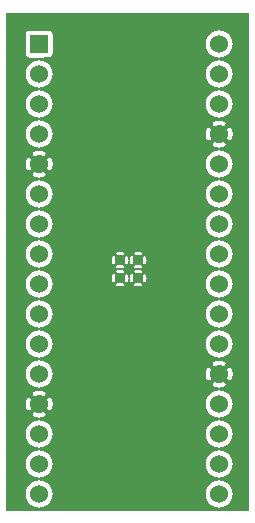
<source format=gbr>
G04 start of page 3 for group 5 idx 5 *
G04 Title: (unknown), bottom *
G04 Creator: pcb 1.99z *
G04 CreationDate: Fri Sep 27 15:25:09 2013 UTC *
G04 For: tim *
G04 Format: Gerber/RS-274X *
G04 PCB-Dimensions (mil): 810.00 1660.00 *
G04 PCB-Coordinate-Origin: lower left *
%MOIN*%
%FSLAX25Y25*%
%LNBOTTOM*%
%ADD22C,0.0380*%
%ADD21C,0.0200*%
%ADD20C,0.0360*%
%ADD19C,0.0600*%
%ADD18C,0.0001*%
G54D18*G36*
X74613Y166000D02*X81000D01*
Y0D01*
X74613D01*
Y2802D01*
X74652Y2847D01*
X75022Y3451D01*
X75293Y4105D01*
X75458Y4794D01*
X75500Y5500D01*
X75458Y6206D01*
X75293Y6895D01*
X75022Y7549D01*
X74652Y8153D01*
X74613Y8198D01*
Y12802D01*
X74652Y12847D01*
X75022Y13451D01*
X75293Y14105D01*
X75458Y14794D01*
X75500Y15500D01*
X75458Y16206D01*
X75293Y16895D01*
X75022Y17549D01*
X74652Y18153D01*
X74613Y18198D01*
Y22802D01*
X74652Y22847D01*
X75022Y23451D01*
X75293Y24105D01*
X75458Y24794D01*
X75500Y25500D01*
X75458Y26206D01*
X75293Y26895D01*
X75022Y27549D01*
X74652Y28153D01*
X74613Y28198D01*
Y32802D01*
X74652Y32847D01*
X75022Y33451D01*
X75293Y34105D01*
X75458Y34794D01*
X75500Y35500D01*
X75458Y36206D01*
X75293Y36895D01*
X75022Y37549D01*
X74652Y38153D01*
X74613Y38198D01*
Y43353D01*
X74656Y43360D01*
X74768Y43397D01*
X74873Y43452D01*
X74968Y43522D01*
X75051Y43606D01*
X75119Y43702D01*
X75170Y43808D01*
X75318Y44216D01*
X75422Y44637D01*
X75484Y45067D01*
X75505Y45500D01*
X75484Y45933D01*
X75422Y46363D01*
X75318Y46784D01*
X75175Y47194D01*
X75122Y47300D01*
X75053Y47396D01*
X74970Y47481D01*
X74875Y47551D01*
X74769Y47606D01*
X74657Y47643D01*
X74613Y47651D01*
Y52802D01*
X74652Y52847D01*
X75022Y53451D01*
X75293Y54105D01*
X75458Y54794D01*
X75500Y55500D01*
X75458Y56206D01*
X75293Y56895D01*
X75022Y57549D01*
X74652Y58153D01*
X74613Y58198D01*
Y62802D01*
X74652Y62847D01*
X75022Y63451D01*
X75293Y64105D01*
X75458Y64794D01*
X75500Y65500D01*
X75458Y66206D01*
X75293Y66895D01*
X75022Y67549D01*
X74652Y68153D01*
X74613Y68198D01*
Y72802D01*
X74652Y72847D01*
X75022Y73451D01*
X75293Y74105D01*
X75458Y74794D01*
X75500Y75500D01*
X75458Y76206D01*
X75293Y76895D01*
X75022Y77549D01*
X74652Y78153D01*
X74613Y78198D01*
Y82802D01*
X74652Y82847D01*
X75022Y83451D01*
X75293Y84105D01*
X75458Y84794D01*
X75500Y85500D01*
X75458Y86206D01*
X75293Y86895D01*
X75022Y87549D01*
X74652Y88153D01*
X74613Y88198D01*
Y92802D01*
X74652Y92847D01*
X75022Y93451D01*
X75293Y94105D01*
X75458Y94794D01*
X75500Y95500D01*
X75458Y96206D01*
X75293Y96895D01*
X75022Y97549D01*
X74652Y98153D01*
X74613Y98198D01*
Y102802D01*
X74652Y102847D01*
X75022Y103451D01*
X75293Y104105D01*
X75458Y104794D01*
X75500Y105500D01*
X75458Y106206D01*
X75293Y106895D01*
X75022Y107549D01*
X74652Y108153D01*
X74613Y108198D01*
Y112802D01*
X74652Y112847D01*
X75022Y113451D01*
X75293Y114105D01*
X75458Y114794D01*
X75500Y115500D01*
X75458Y116206D01*
X75293Y116895D01*
X75022Y117549D01*
X74652Y118153D01*
X74613Y118198D01*
Y123353D01*
X74656Y123360D01*
X74768Y123397D01*
X74873Y123452D01*
X74968Y123522D01*
X75051Y123606D01*
X75119Y123702D01*
X75170Y123808D01*
X75318Y124216D01*
X75422Y124637D01*
X75484Y125067D01*
X75505Y125500D01*
X75484Y125933D01*
X75422Y126363D01*
X75318Y126784D01*
X75175Y127194D01*
X75122Y127300D01*
X75053Y127396D01*
X74970Y127481D01*
X74875Y127551D01*
X74769Y127606D01*
X74657Y127643D01*
X74613Y127651D01*
Y132802D01*
X74652Y132847D01*
X75022Y133451D01*
X75293Y134105D01*
X75458Y134794D01*
X75500Y135500D01*
X75458Y136206D01*
X75293Y136895D01*
X75022Y137549D01*
X74652Y138153D01*
X74613Y138198D01*
Y142802D01*
X74652Y142847D01*
X75022Y143451D01*
X75293Y144105D01*
X75458Y144794D01*
X75500Y145500D01*
X75458Y146206D01*
X75293Y146895D01*
X75022Y147549D01*
X74652Y148153D01*
X74613Y148198D01*
Y152802D01*
X74652Y152847D01*
X75022Y153451D01*
X75293Y154105D01*
X75458Y154794D01*
X75500Y155500D01*
X75458Y156206D01*
X75293Y156895D01*
X75022Y157549D01*
X74652Y158153D01*
X74613Y158198D01*
Y166000D01*
G37*
G36*
Y148198D02*X74192Y148692D01*
X73653Y149152D01*
X73049Y149522D01*
X72395Y149793D01*
X71706Y149958D01*
X71000Y150014D01*
X70993Y150013D01*
Y150987D01*
X71000Y150986D01*
X71706Y151042D01*
X72395Y151207D01*
X73049Y151478D01*
X73653Y151848D01*
X74192Y152308D01*
X74613Y152802D01*
Y148198D01*
G37*
G36*
Y138198D02*X74192Y138692D01*
X73653Y139152D01*
X73049Y139522D01*
X72395Y139793D01*
X71706Y139958D01*
X71000Y140014D01*
X70993Y140013D01*
Y140987D01*
X71000Y140986D01*
X71706Y141042D01*
X72395Y141207D01*
X73049Y141478D01*
X73653Y141848D01*
X74192Y142308D01*
X74613Y142802D01*
Y138198D01*
G37*
G36*
Y118198D02*X74192Y118692D01*
X73653Y119152D01*
X73049Y119522D01*
X72395Y119793D01*
X71706Y119958D01*
X71000Y120014D01*
X70993Y120013D01*
Y120995D01*
X71000Y120995D01*
X71433Y121016D01*
X71863Y121078D01*
X72284Y121182D01*
X72694Y121325D01*
X72800Y121378D01*
X72896Y121447D01*
X72981Y121530D01*
X73051Y121625D01*
X73106Y121731D01*
X73143Y121843D01*
X73163Y121960D01*
X73164Y122079D01*
X73146Y122196D01*
X73110Y122309D01*
X73057Y122415D01*
X72988Y122512D01*
X72905Y122596D01*
X72809Y122667D01*
X72704Y122721D01*
X72592Y122759D01*
X72475Y122778D01*
X72356Y122779D01*
X72239Y122761D01*
X72126Y122723D01*
X71855Y122624D01*
X71575Y122556D01*
X71289Y122514D01*
X71000Y122500D01*
X70993Y122500D01*
Y128500D01*
X71000Y128500D01*
X71289Y128486D01*
X71575Y128444D01*
X71855Y128376D01*
X72128Y128280D01*
X72239Y128242D01*
X72356Y128225D01*
X72474Y128225D01*
X72591Y128245D01*
X72703Y128282D01*
X72807Y128336D01*
X72902Y128406D01*
X72985Y128491D01*
X73054Y128587D01*
X73107Y128692D01*
X73143Y128805D01*
X73160Y128921D01*
X73159Y129039D01*
X73140Y129156D01*
X73103Y129268D01*
X73048Y129373D01*
X72978Y129468D01*
X72894Y129551D01*
X72798Y129619D01*
X72692Y129670D01*
X72284Y129818D01*
X71863Y129922D01*
X71433Y129984D01*
X71000Y130005D01*
X70993Y130005D01*
Y130987D01*
X71000Y130986D01*
X71706Y131042D01*
X72395Y131207D01*
X73049Y131478D01*
X73653Y131848D01*
X74192Y132308D01*
X74613Y132802D01*
Y127651D01*
X74540Y127663D01*
X74421Y127664D01*
X74304Y127646D01*
X74191Y127610D01*
X74085Y127557D01*
X73988Y127488D01*
X73904Y127405D01*
X73833Y127309D01*
X73779Y127204D01*
X73741Y127092D01*
X73722Y126975D01*
X73721Y126856D01*
X73739Y126739D01*
X73777Y126626D01*
X73876Y126355D01*
X73944Y126075D01*
X73986Y125789D01*
X74000Y125500D01*
X73986Y125211D01*
X73944Y124925D01*
X73876Y124645D01*
X73780Y124372D01*
X73742Y124261D01*
X73725Y124144D01*
X73725Y124026D01*
X73745Y123909D01*
X73782Y123797D01*
X73836Y123693D01*
X73906Y123598D01*
X73991Y123515D01*
X74087Y123446D01*
X74192Y123393D01*
X74305Y123357D01*
X74421Y123340D01*
X74539Y123341D01*
X74613Y123353D01*
Y118198D01*
G37*
G36*
Y108198D02*X74192Y108692D01*
X73653Y109152D01*
X73049Y109522D01*
X72395Y109793D01*
X71706Y109958D01*
X71000Y110014D01*
X70993Y110013D01*
Y110987D01*
X71000Y110986D01*
X71706Y111042D01*
X72395Y111207D01*
X73049Y111478D01*
X73653Y111848D01*
X74192Y112308D01*
X74613Y112802D01*
Y108198D01*
G37*
G36*
Y98198D02*X74192Y98692D01*
X73653Y99152D01*
X73049Y99522D01*
X72395Y99793D01*
X71706Y99958D01*
X71000Y100014D01*
X70993Y100013D01*
Y100987D01*
X71000Y100986D01*
X71706Y101042D01*
X72395Y101207D01*
X73049Y101478D01*
X73653Y101848D01*
X74192Y102308D01*
X74613Y102802D01*
Y98198D01*
G37*
G36*
Y88198D02*X74192Y88692D01*
X73653Y89152D01*
X73049Y89522D01*
X72395Y89793D01*
X71706Y89958D01*
X71000Y90014D01*
X70993Y90013D01*
Y90987D01*
X71000Y90986D01*
X71706Y91042D01*
X72395Y91207D01*
X73049Y91478D01*
X73653Y91848D01*
X74192Y92308D01*
X74613Y92802D01*
Y88198D01*
G37*
G36*
Y78198D02*X74192Y78692D01*
X73653Y79152D01*
X73049Y79522D01*
X72395Y79793D01*
X71706Y79958D01*
X71000Y80014D01*
X70993Y80013D01*
Y80987D01*
X71000Y80986D01*
X71706Y81042D01*
X72395Y81207D01*
X73049Y81478D01*
X73653Y81848D01*
X74192Y82308D01*
X74613Y82802D01*
Y78198D01*
G37*
G36*
Y68198D02*X74192Y68692D01*
X73653Y69152D01*
X73049Y69522D01*
X72395Y69793D01*
X71706Y69958D01*
X71000Y70014D01*
X70993Y70013D01*
Y70987D01*
X71000Y70986D01*
X71706Y71042D01*
X72395Y71207D01*
X73049Y71478D01*
X73653Y71848D01*
X74192Y72308D01*
X74613Y72802D01*
Y68198D01*
G37*
G36*
Y58198D02*X74192Y58692D01*
X73653Y59152D01*
X73049Y59522D01*
X72395Y59793D01*
X71706Y59958D01*
X71000Y60014D01*
X70993Y60013D01*
Y60987D01*
X71000Y60986D01*
X71706Y61042D01*
X72395Y61207D01*
X73049Y61478D01*
X73653Y61848D01*
X74192Y62308D01*
X74613Y62802D01*
Y58198D01*
G37*
G36*
Y38198D02*X74192Y38692D01*
X73653Y39152D01*
X73049Y39522D01*
X72395Y39793D01*
X71706Y39958D01*
X71000Y40014D01*
X70993Y40013D01*
Y40995D01*
X71000Y40995D01*
X71433Y41016D01*
X71863Y41078D01*
X72284Y41182D01*
X72694Y41325D01*
X72800Y41378D01*
X72896Y41447D01*
X72981Y41530D01*
X73051Y41625D01*
X73106Y41731D01*
X73143Y41843D01*
X73163Y41960D01*
X73164Y42079D01*
X73146Y42196D01*
X73110Y42309D01*
X73057Y42415D01*
X72988Y42512D01*
X72905Y42596D01*
X72809Y42667D01*
X72704Y42721D01*
X72592Y42759D01*
X72475Y42778D01*
X72356Y42779D01*
X72239Y42761D01*
X72126Y42723D01*
X71855Y42624D01*
X71575Y42556D01*
X71289Y42514D01*
X71000Y42500D01*
X70993Y42500D01*
Y48500D01*
X71000Y48500D01*
X71289Y48486D01*
X71575Y48444D01*
X71855Y48376D01*
X72128Y48280D01*
X72239Y48242D01*
X72356Y48225D01*
X72474Y48225D01*
X72591Y48245D01*
X72703Y48282D01*
X72807Y48336D01*
X72902Y48406D01*
X72985Y48491D01*
X73054Y48587D01*
X73107Y48692D01*
X73143Y48805D01*
X73160Y48921D01*
X73159Y49039D01*
X73140Y49156D01*
X73103Y49268D01*
X73048Y49373D01*
X72978Y49468D01*
X72894Y49551D01*
X72798Y49619D01*
X72692Y49670D01*
X72284Y49818D01*
X71863Y49922D01*
X71433Y49984D01*
X71000Y50005D01*
X70993Y50005D01*
Y50987D01*
X71000Y50986D01*
X71706Y51042D01*
X72395Y51207D01*
X73049Y51478D01*
X73653Y51848D01*
X74192Y52308D01*
X74613Y52802D01*
Y47651D01*
X74540Y47663D01*
X74421Y47664D01*
X74304Y47646D01*
X74191Y47610D01*
X74085Y47557D01*
X73988Y47488D01*
X73904Y47405D01*
X73833Y47309D01*
X73779Y47204D01*
X73741Y47092D01*
X73722Y46975D01*
X73721Y46856D01*
X73739Y46739D01*
X73777Y46626D01*
X73876Y46355D01*
X73944Y46075D01*
X73986Y45789D01*
X74000Y45500D01*
X73986Y45211D01*
X73944Y44925D01*
X73876Y44645D01*
X73780Y44372D01*
X73742Y44261D01*
X73725Y44144D01*
X73725Y44026D01*
X73745Y43909D01*
X73782Y43797D01*
X73836Y43693D01*
X73906Y43598D01*
X73991Y43515D01*
X74087Y43446D01*
X74192Y43393D01*
X74305Y43357D01*
X74421Y43340D01*
X74539Y43341D01*
X74613Y43353D01*
Y38198D01*
G37*
G36*
Y28198D02*X74192Y28692D01*
X73653Y29152D01*
X73049Y29522D01*
X72395Y29793D01*
X71706Y29958D01*
X71000Y30014D01*
X70993Y30013D01*
Y30987D01*
X71000Y30986D01*
X71706Y31042D01*
X72395Y31207D01*
X73049Y31478D01*
X73653Y31848D01*
X74192Y32308D01*
X74613Y32802D01*
Y28198D01*
G37*
G36*
Y18198D02*X74192Y18692D01*
X73653Y19152D01*
X73049Y19522D01*
X72395Y19793D01*
X71706Y19958D01*
X71000Y20014D01*
X70993Y20013D01*
Y20987D01*
X71000Y20986D01*
X71706Y21042D01*
X72395Y21207D01*
X73049Y21478D01*
X73653Y21848D01*
X74192Y22308D01*
X74613Y22802D01*
Y18198D01*
G37*
G36*
Y8198D02*X74192Y8692D01*
X73653Y9152D01*
X73049Y9522D01*
X72395Y9793D01*
X71706Y9958D01*
X71000Y10014D01*
X70993Y10013D01*
Y10987D01*
X71000Y10986D01*
X71706Y11042D01*
X72395Y11207D01*
X73049Y11478D01*
X73653Y11848D01*
X74192Y12308D01*
X74613Y12802D01*
Y8198D01*
G37*
G36*
Y0D02*X70993D01*
Y987D01*
X71000Y986D01*
X71706Y1042D01*
X72395Y1207D01*
X73049Y1478D01*
X73653Y1848D01*
X74192Y2308D01*
X74613Y2802D01*
Y0D01*
G37*
G36*
X70993Y166000D02*X74613D01*
Y158198D01*
X74192Y158692D01*
X73653Y159152D01*
X73049Y159522D01*
X72395Y159793D01*
X71706Y159958D01*
X71000Y160014D01*
X70993Y160013D01*
Y166000D01*
G37*
G36*
X67387Y2802D02*X67808Y2308D01*
X68347Y1848D01*
X68951Y1478D01*
X69605Y1207D01*
X70294Y1042D01*
X70993Y987D01*
Y0D01*
X67387D01*
Y2802D01*
G37*
G36*
Y12802D02*X67808Y12308D01*
X68347Y11848D01*
X68951Y11478D01*
X69605Y11207D01*
X70294Y11042D01*
X70993Y10987D01*
Y10013D01*
X70294Y9958D01*
X69605Y9793D01*
X68951Y9522D01*
X68347Y9152D01*
X67808Y8692D01*
X67387Y8198D01*
Y12802D01*
G37*
G36*
Y22802D02*X67808Y22308D01*
X68347Y21848D01*
X68951Y21478D01*
X69605Y21207D01*
X70294Y21042D01*
X70993Y20987D01*
Y20013D01*
X70294Y19958D01*
X69605Y19793D01*
X68951Y19522D01*
X68347Y19152D01*
X67808Y18692D01*
X67387Y18198D01*
Y22802D01*
G37*
G36*
Y32802D02*X67808Y32308D01*
X68347Y31848D01*
X68951Y31478D01*
X69605Y31207D01*
X70294Y31042D01*
X70993Y30987D01*
Y30013D01*
X70294Y29958D01*
X69605Y29793D01*
X68951Y29522D01*
X68347Y29152D01*
X67808Y28692D01*
X67387Y28198D01*
Y32802D01*
G37*
G36*
Y52802D02*X67808Y52308D01*
X68347Y51848D01*
X68951Y51478D01*
X69605Y51207D01*
X70294Y51042D01*
X70993Y50987D01*
Y50005D01*
X70567Y49984D01*
X70137Y49922D01*
X69716Y49818D01*
X69306Y49675D01*
X69200Y49622D01*
X69104Y49553D01*
X69019Y49470D01*
X68949Y49375D01*
X68894Y49269D01*
X68857Y49157D01*
X68837Y49040D01*
X68836Y48921D01*
X68854Y48804D01*
X68890Y48691D01*
X68943Y48585D01*
X69012Y48488D01*
X69095Y48404D01*
X69191Y48333D01*
X69296Y48279D01*
X69408Y48241D01*
X69525Y48222D01*
X69644Y48221D01*
X69761Y48239D01*
X69874Y48277D01*
X70145Y48376D01*
X70425Y48444D01*
X70711Y48486D01*
X70993Y48500D01*
Y42500D01*
X70711Y42514D01*
X70425Y42556D01*
X70145Y42624D01*
X69872Y42720D01*
X69761Y42758D01*
X69644Y42775D01*
X69526Y42775D01*
X69409Y42755D01*
X69297Y42718D01*
X69193Y42664D01*
X69098Y42594D01*
X69015Y42509D01*
X68946Y42413D01*
X68893Y42308D01*
X68857Y42195D01*
X68840Y42079D01*
X68841Y41961D01*
X68860Y41844D01*
X68897Y41732D01*
X68952Y41627D01*
X69022Y41532D01*
X69106Y41449D01*
X69202Y41381D01*
X69308Y41330D01*
X69716Y41182D01*
X70137Y41078D01*
X70567Y41016D01*
X70993Y40995D01*
Y40013D01*
X70294Y39958D01*
X69605Y39793D01*
X68951Y39522D01*
X68347Y39152D01*
X67808Y38692D01*
X67387Y38198D01*
Y43349D01*
X67460Y43337D01*
X67579Y43336D01*
X67696Y43354D01*
X67809Y43390D01*
X67915Y43443D01*
X68012Y43512D01*
X68096Y43595D01*
X68167Y43691D01*
X68221Y43796D01*
X68259Y43908D01*
X68278Y44025D01*
X68279Y44144D01*
X68261Y44261D01*
X68223Y44374D01*
X68124Y44645D01*
X68056Y44925D01*
X68014Y45211D01*
X68000Y45500D01*
X68014Y45789D01*
X68056Y46075D01*
X68124Y46355D01*
X68220Y46628D01*
X68258Y46739D01*
X68275Y46856D01*
X68275Y46974D01*
X68255Y47091D01*
X68218Y47203D01*
X68164Y47307D01*
X68094Y47402D01*
X68009Y47485D01*
X67913Y47554D01*
X67808Y47607D01*
X67695Y47643D01*
X67579Y47660D01*
X67461Y47659D01*
X67387Y47647D01*
Y52802D01*
G37*
G36*
Y62802D02*X67808Y62308D01*
X68347Y61848D01*
X68951Y61478D01*
X69605Y61207D01*
X70294Y61042D01*
X70993Y60987D01*
Y60013D01*
X70294Y59958D01*
X69605Y59793D01*
X68951Y59522D01*
X68347Y59152D01*
X67808Y58692D01*
X67387Y58198D01*
Y62802D01*
G37*
G36*
Y72802D02*X67808Y72308D01*
X68347Y71848D01*
X68951Y71478D01*
X69605Y71207D01*
X70294Y71042D01*
X70993Y70987D01*
Y70013D01*
X70294Y69958D01*
X69605Y69793D01*
X68951Y69522D01*
X68347Y69152D01*
X67808Y68692D01*
X67387Y68198D01*
Y72802D01*
G37*
G36*
Y82802D02*X67808Y82308D01*
X68347Y81848D01*
X68951Y81478D01*
X69605Y81207D01*
X70294Y81042D01*
X70993Y80987D01*
Y80013D01*
X70294Y79958D01*
X69605Y79793D01*
X68951Y79522D01*
X68347Y79152D01*
X67808Y78692D01*
X67387Y78198D01*
Y82802D01*
G37*
G36*
Y92802D02*X67808Y92308D01*
X68347Y91848D01*
X68951Y91478D01*
X69605Y91207D01*
X70294Y91042D01*
X70993Y90987D01*
Y90013D01*
X70294Y89958D01*
X69605Y89793D01*
X68951Y89522D01*
X68347Y89152D01*
X67808Y88692D01*
X67387Y88198D01*
Y92802D01*
G37*
G36*
Y102802D02*X67808Y102308D01*
X68347Y101848D01*
X68951Y101478D01*
X69605Y101207D01*
X70294Y101042D01*
X70993Y100987D01*
Y100013D01*
X70294Y99958D01*
X69605Y99793D01*
X68951Y99522D01*
X68347Y99152D01*
X67808Y98692D01*
X67387Y98198D01*
Y102802D01*
G37*
G36*
Y112802D02*X67808Y112308D01*
X68347Y111848D01*
X68951Y111478D01*
X69605Y111207D01*
X70294Y111042D01*
X70993Y110987D01*
Y110013D01*
X70294Y109958D01*
X69605Y109793D01*
X68951Y109522D01*
X68347Y109152D01*
X67808Y108692D01*
X67387Y108198D01*
Y112802D01*
G37*
G36*
Y132802D02*X67808Y132308D01*
X68347Y131848D01*
X68951Y131478D01*
X69605Y131207D01*
X70294Y131042D01*
X70993Y130987D01*
Y130005D01*
X70567Y129984D01*
X70137Y129922D01*
X69716Y129818D01*
X69306Y129675D01*
X69200Y129622D01*
X69104Y129553D01*
X69019Y129470D01*
X68949Y129375D01*
X68894Y129269D01*
X68857Y129157D01*
X68837Y129040D01*
X68836Y128921D01*
X68854Y128804D01*
X68890Y128691D01*
X68943Y128585D01*
X69012Y128488D01*
X69095Y128404D01*
X69191Y128333D01*
X69296Y128279D01*
X69408Y128241D01*
X69525Y128222D01*
X69644Y128221D01*
X69761Y128239D01*
X69874Y128277D01*
X70145Y128376D01*
X70425Y128444D01*
X70711Y128486D01*
X70993Y128500D01*
Y122500D01*
X70711Y122514D01*
X70425Y122556D01*
X70145Y122624D01*
X69872Y122720D01*
X69761Y122758D01*
X69644Y122775D01*
X69526Y122775D01*
X69409Y122755D01*
X69297Y122718D01*
X69193Y122664D01*
X69098Y122594D01*
X69015Y122509D01*
X68946Y122413D01*
X68893Y122308D01*
X68857Y122195D01*
X68840Y122079D01*
X68841Y121961D01*
X68860Y121844D01*
X68897Y121732D01*
X68952Y121627D01*
X69022Y121532D01*
X69106Y121449D01*
X69202Y121381D01*
X69308Y121330D01*
X69716Y121182D01*
X70137Y121078D01*
X70567Y121016D01*
X70993Y120995D01*
Y120013D01*
X70294Y119958D01*
X69605Y119793D01*
X68951Y119522D01*
X68347Y119152D01*
X67808Y118692D01*
X67387Y118198D01*
Y123349D01*
X67460Y123337D01*
X67579Y123336D01*
X67696Y123354D01*
X67809Y123390D01*
X67915Y123443D01*
X68012Y123512D01*
X68096Y123595D01*
X68167Y123691D01*
X68221Y123796D01*
X68259Y123908D01*
X68278Y124025D01*
X68279Y124144D01*
X68261Y124261D01*
X68223Y124374D01*
X68124Y124645D01*
X68056Y124925D01*
X68014Y125211D01*
X68000Y125500D01*
X68014Y125789D01*
X68056Y126075D01*
X68124Y126355D01*
X68220Y126628D01*
X68258Y126739D01*
X68275Y126856D01*
X68275Y126974D01*
X68255Y127091D01*
X68218Y127203D01*
X68164Y127307D01*
X68094Y127402D01*
X68009Y127485D01*
X67913Y127554D01*
X67808Y127607D01*
X67695Y127643D01*
X67579Y127660D01*
X67461Y127659D01*
X67387Y127647D01*
Y132802D01*
G37*
G36*
Y142802D02*X67808Y142308D01*
X68347Y141848D01*
X68951Y141478D01*
X69605Y141207D01*
X70294Y141042D01*
X70993Y140987D01*
Y140013D01*
X70294Y139958D01*
X69605Y139793D01*
X68951Y139522D01*
X68347Y139152D01*
X67808Y138692D01*
X67387Y138198D01*
Y142802D01*
G37*
G36*
Y152802D02*X67808Y152308D01*
X68347Y151848D01*
X68951Y151478D01*
X69605Y151207D01*
X70294Y151042D01*
X70993Y150987D01*
Y150013D01*
X70294Y149958D01*
X69605Y149793D01*
X68951Y149522D01*
X68347Y149152D01*
X67808Y148692D01*
X67387Y148198D01*
Y152802D01*
G37*
G36*
Y166000D02*X70993D01*
Y160013D01*
X70294Y159958D01*
X69605Y159793D01*
X68951Y159522D01*
X68347Y159152D01*
X67808Y158692D01*
X67387Y158198D01*
Y166000D01*
G37*
G36*
X46230D02*X67387D01*
Y158198D01*
X67348Y158153D01*
X66978Y157549D01*
X66707Y156895D01*
X66542Y156206D01*
X66486Y155500D01*
X66542Y154794D01*
X66707Y154105D01*
X66978Y153451D01*
X67348Y152847D01*
X67387Y152802D01*
Y148198D01*
X67348Y148153D01*
X66978Y147549D01*
X66707Y146895D01*
X66542Y146206D01*
X66486Y145500D01*
X66542Y144794D01*
X66707Y144105D01*
X66978Y143451D01*
X67348Y142847D01*
X67387Y142802D01*
Y138198D01*
X67348Y138153D01*
X66978Y137549D01*
X66707Y136895D01*
X66542Y136206D01*
X66486Y135500D01*
X66542Y134794D01*
X66707Y134105D01*
X66978Y133451D01*
X67348Y132847D01*
X67387Y132802D01*
Y127647D01*
X67344Y127640D01*
X67232Y127603D01*
X67127Y127548D01*
X67032Y127478D01*
X66949Y127394D01*
X66881Y127298D01*
X66830Y127192D01*
X66682Y126784D01*
X66578Y126363D01*
X66516Y125933D01*
X66495Y125500D01*
X66516Y125067D01*
X66578Y124637D01*
X66682Y124216D01*
X66825Y123806D01*
X66878Y123700D01*
X66947Y123604D01*
X67030Y123519D01*
X67125Y123449D01*
X67231Y123394D01*
X67343Y123357D01*
X67387Y123349D01*
Y118198D01*
X67348Y118153D01*
X66978Y117549D01*
X66707Y116895D01*
X66542Y116206D01*
X66486Y115500D01*
X66542Y114794D01*
X66707Y114105D01*
X66978Y113451D01*
X67348Y112847D01*
X67387Y112802D01*
Y108198D01*
X67348Y108153D01*
X66978Y107549D01*
X66707Y106895D01*
X66542Y106206D01*
X66486Y105500D01*
X66542Y104794D01*
X66707Y104105D01*
X66978Y103451D01*
X67348Y102847D01*
X67387Y102802D01*
Y98198D01*
X67348Y98153D01*
X66978Y97549D01*
X66707Y96895D01*
X66542Y96206D01*
X66486Y95500D01*
X66542Y94794D01*
X66707Y94105D01*
X66978Y93451D01*
X67348Y92847D01*
X67387Y92802D01*
Y88198D01*
X67348Y88153D01*
X66978Y87549D01*
X66707Y86895D01*
X66542Y86206D01*
X66486Y85500D01*
X66542Y84794D01*
X66707Y84105D01*
X66978Y83451D01*
X67348Y82847D01*
X67387Y82802D01*
Y78198D01*
X67348Y78153D01*
X66978Y77549D01*
X66707Y76895D01*
X66542Y76206D01*
X66486Y75500D01*
X66542Y74794D01*
X66707Y74105D01*
X66978Y73451D01*
X67348Y72847D01*
X67387Y72802D01*
Y68198D01*
X67348Y68153D01*
X66978Y67549D01*
X66707Y66895D01*
X66542Y66206D01*
X66486Y65500D01*
X66542Y64794D01*
X66707Y64105D01*
X66978Y63451D01*
X67348Y62847D01*
X67387Y62802D01*
Y58198D01*
X67348Y58153D01*
X66978Y57549D01*
X66707Y56895D01*
X66542Y56206D01*
X66486Y55500D01*
X66542Y54794D01*
X66707Y54105D01*
X66978Y53451D01*
X67348Y52847D01*
X67387Y52802D01*
Y47647D01*
X67344Y47640D01*
X67232Y47603D01*
X67127Y47548D01*
X67032Y47478D01*
X66949Y47394D01*
X66881Y47298D01*
X66830Y47192D01*
X66682Y46784D01*
X66578Y46363D01*
X66516Y45933D01*
X66495Y45500D01*
X66516Y45067D01*
X66578Y44637D01*
X66682Y44216D01*
X66825Y43806D01*
X66878Y43700D01*
X66947Y43604D01*
X67030Y43519D01*
X67125Y43449D01*
X67231Y43394D01*
X67343Y43357D01*
X67387Y43349D01*
Y38198D01*
X67348Y38153D01*
X66978Y37549D01*
X66707Y36895D01*
X66542Y36206D01*
X66486Y35500D01*
X66542Y34794D01*
X66707Y34105D01*
X66978Y33451D01*
X67348Y32847D01*
X67387Y32802D01*
Y28198D01*
X67348Y28153D01*
X66978Y27549D01*
X66707Y26895D01*
X66542Y26206D01*
X66486Y25500D01*
X66542Y24794D01*
X66707Y24105D01*
X66978Y23451D01*
X67348Y22847D01*
X67387Y22802D01*
Y18198D01*
X67348Y18153D01*
X66978Y17549D01*
X66707Y16895D01*
X66542Y16206D01*
X66486Y15500D01*
X66542Y14794D01*
X66707Y14105D01*
X66978Y13451D01*
X67348Y12847D01*
X67387Y12802D01*
Y8198D01*
X67348Y8153D01*
X66978Y7549D01*
X66707Y6895D01*
X66542Y6206D01*
X66486Y5500D01*
X66542Y4794D01*
X66707Y4105D01*
X66978Y3451D01*
X67348Y2847D01*
X67387Y2802D01*
Y0D01*
X46230D01*
Y76214D01*
X46298Y76228D01*
X46371Y76255D01*
X46440Y76294D01*
X46502Y76343D01*
X46555Y76401D01*
X46598Y76466D01*
X46630Y76538D01*
X46706Y76771D01*
X46760Y77011D01*
X46792Y77255D01*
X46803Y77500D01*
X46792Y77745D01*
X46760Y77989D01*
X46706Y78229D01*
X46632Y78463D01*
X46600Y78535D01*
X46556Y78600D01*
X46503Y78659D01*
X46441Y78708D01*
X46372Y78746D01*
X46298Y78774D01*
X46230Y78788D01*
Y82214D01*
X46298Y82228D01*
X46371Y82255D01*
X46440Y82294D01*
X46502Y82343D01*
X46555Y82401D01*
X46598Y82466D01*
X46630Y82538D01*
X46706Y82771D01*
X46760Y83011D01*
X46792Y83255D01*
X46803Y83500D01*
X46792Y83745D01*
X46760Y83989D01*
X46706Y84229D01*
X46632Y84463D01*
X46600Y84535D01*
X46556Y84600D01*
X46503Y84659D01*
X46441Y84708D01*
X46372Y84746D01*
X46298Y84774D01*
X46230Y84788D01*
Y166000D01*
G37*
G36*
X44001D02*X46230D01*
Y84788D01*
X46221Y84790D01*
X46142Y84793D01*
X46063Y84784D01*
X45987Y84763D01*
X45915Y84730D01*
X45850Y84686D01*
X45791Y84633D01*
X45742Y84571D01*
X45704Y84502D01*
X45676Y84428D01*
X45660Y84351D01*
X45657Y84272D01*
X45666Y84193D01*
X45689Y84118D01*
X45738Y83968D01*
X45772Y83814D01*
X45793Y83658D01*
X45800Y83500D01*
X45793Y83342D01*
X45772Y83186D01*
X45738Y83032D01*
X45690Y82882D01*
X45668Y82806D01*
X45659Y82728D01*
X45662Y82650D01*
X45678Y82573D01*
X45705Y82499D01*
X45744Y82430D01*
X45793Y82369D01*
X45851Y82315D01*
X45916Y82272D01*
X45988Y82239D01*
X46064Y82218D01*
X46142Y82209D01*
X46220Y82212D01*
X46230Y82214D01*
Y78788D01*
X46221Y78790D01*
X46142Y78793D01*
X46063Y78784D01*
X45987Y78763D01*
X45915Y78730D01*
X45850Y78686D01*
X45791Y78633D01*
X45742Y78571D01*
X45704Y78502D01*
X45676Y78428D01*
X45660Y78351D01*
X45657Y78272D01*
X45666Y78193D01*
X45689Y78118D01*
X45738Y77968D01*
X45772Y77814D01*
X45793Y77658D01*
X45800Y77500D01*
X45793Y77342D01*
X45772Y77186D01*
X45738Y77032D01*
X45690Y76882D01*
X45668Y76806D01*
X45659Y76728D01*
X45662Y76650D01*
X45678Y76573D01*
X45705Y76499D01*
X45744Y76430D01*
X45793Y76369D01*
X45851Y76315D01*
X45916Y76272D01*
X45988Y76239D01*
X46064Y76218D01*
X46142Y76209D01*
X46220Y76212D01*
X46230Y76214D01*
Y0D01*
X44001D01*
Y74697D01*
X44245Y74708D01*
X44489Y74740D01*
X44729Y74794D01*
X44963Y74868D01*
X45035Y74900D01*
X45100Y74944D01*
X45159Y74997D01*
X45208Y75059D01*
X45246Y75128D01*
X45274Y75202D01*
X45290Y75279D01*
X45293Y75358D01*
X45284Y75437D01*
X45263Y75513D01*
X45230Y75585D01*
X45186Y75650D01*
X45133Y75709D01*
X45071Y75758D01*
X45002Y75796D01*
X44928Y75824D01*
X44851Y75840D01*
X44772Y75843D01*
X44693Y75834D01*
X44618Y75811D01*
X44468Y75762D01*
X44314Y75728D01*
X44158Y75707D01*
X44001Y75700D01*
Y79300D01*
X44158Y79293D01*
X44314Y79272D01*
X44468Y79238D01*
X44618Y79190D01*
X44694Y79168D01*
X44772Y79159D01*
X44850Y79162D01*
X44927Y79178D01*
X45001Y79205D01*
X45070Y79244D01*
X45131Y79293D01*
X45185Y79351D01*
X45228Y79416D01*
X45261Y79488D01*
X45282Y79564D01*
X45291Y79642D01*
X45288Y79720D01*
X45272Y79798D01*
X45245Y79871D01*
X45206Y79940D01*
X45157Y80002D01*
X45099Y80055D01*
X45034Y80098D01*
X44962Y80130D01*
X44729Y80206D01*
X44489Y80260D01*
X44245Y80292D01*
X44001Y80303D01*
Y80697D01*
X44245Y80708D01*
X44489Y80740D01*
X44729Y80794D01*
X44963Y80868D01*
X45035Y80900D01*
X45100Y80944D01*
X45159Y80997D01*
X45208Y81059D01*
X45246Y81128D01*
X45274Y81202D01*
X45290Y81279D01*
X45293Y81358D01*
X45284Y81437D01*
X45263Y81513D01*
X45230Y81585D01*
X45186Y81650D01*
X45133Y81709D01*
X45071Y81758D01*
X45002Y81796D01*
X44928Y81824D01*
X44851Y81840D01*
X44772Y81843D01*
X44693Y81834D01*
X44618Y81811D01*
X44468Y81762D01*
X44314Y81728D01*
X44158Y81707D01*
X44001Y81700D01*
Y85300D01*
X44158Y85293D01*
X44314Y85272D01*
X44468Y85238D01*
X44618Y85190D01*
X44694Y85168D01*
X44772Y85159D01*
X44850Y85162D01*
X44927Y85178D01*
X45001Y85205D01*
X45070Y85244D01*
X45131Y85293D01*
X45185Y85351D01*
X45228Y85416D01*
X45261Y85488D01*
X45282Y85564D01*
X45291Y85642D01*
X45288Y85720D01*
X45272Y85798D01*
X45245Y85871D01*
X45206Y85940D01*
X45157Y86002D01*
X45099Y86055D01*
X45034Y86098D01*
X44962Y86130D01*
X44729Y86206D01*
X44489Y86260D01*
X44245Y86292D01*
X44001Y86303D01*
Y166000D01*
G37*
G36*
X41770D02*X44001D01*
Y86303D01*
X44000Y86303D01*
X43755Y86292D01*
X43511Y86260D01*
X43271Y86206D01*
X43037Y86132D01*
X42965Y86100D01*
X42900Y86056D01*
X42841Y86003D01*
X42792Y85941D01*
X42754Y85872D01*
X42726Y85798D01*
X42710Y85721D01*
X42707Y85642D01*
X42716Y85563D01*
X42737Y85487D01*
X42770Y85415D01*
X42814Y85350D01*
X42867Y85291D01*
X42929Y85242D01*
X42998Y85204D01*
X43072Y85176D01*
X43149Y85160D01*
X43228Y85157D01*
X43307Y85166D01*
X43382Y85189D01*
X43532Y85238D01*
X43686Y85272D01*
X43842Y85293D01*
X44000Y85300D01*
X44001Y85300D01*
Y81700D01*
X44000Y81700D01*
X43842Y81707D01*
X43686Y81728D01*
X43532Y81762D01*
X43382Y81810D01*
X43306Y81832D01*
X43228Y81841D01*
X43150Y81838D01*
X43073Y81822D01*
X42999Y81795D01*
X42930Y81756D01*
X42869Y81707D01*
X42815Y81649D01*
X42772Y81584D01*
X42739Y81512D01*
X42718Y81436D01*
X42709Y81358D01*
X42712Y81280D01*
X42728Y81202D01*
X42755Y81129D01*
X42794Y81060D01*
X42843Y80998D01*
X42901Y80945D01*
X42966Y80902D01*
X43038Y80870D01*
X43271Y80794D01*
X43511Y80740D01*
X43755Y80708D01*
X44000Y80697D01*
X44001Y80697D01*
Y80303D01*
X44000Y80303D01*
X43755Y80292D01*
X43511Y80260D01*
X43271Y80206D01*
X43037Y80132D01*
X42965Y80100D01*
X42900Y80056D01*
X42841Y80003D01*
X42792Y79941D01*
X42754Y79872D01*
X42726Y79798D01*
X42710Y79721D01*
X42707Y79642D01*
X42716Y79563D01*
X42737Y79487D01*
X42770Y79415D01*
X42814Y79350D01*
X42867Y79291D01*
X42929Y79242D01*
X42998Y79204D01*
X43072Y79176D01*
X43149Y79160D01*
X43228Y79157D01*
X43307Y79166D01*
X43382Y79189D01*
X43532Y79238D01*
X43686Y79272D01*
X43842Y79293D01*
X44000Y79300D01*
X44001Y79300D01*
Y75700D01*
X44000Y75700D01*
X43842Y75707D01*
X43686Y75728D01*
X43532Y75762D01*
X43382Y75810D01*
X43306Y75832D01*
X43228Y75841D01*
X43150Y75838D01*
X43073Y75822D01*
X42999Y75795D01*
X42930Y75756D01*
X42869Y75707D01*
X42815Y75649D01*
X42772Y75584D01*
X42739Y75512D01*
X42718Y75436D01*
X42709Y75358D01*
X42712Y75280D01*
X42728Y75202D01*
X42755Y75129D01*
X42794Y75060D01*
X42843Y74998D01*
X42901Y74945D01*
X42966Y74902D01*
X43038Y74870D01*
X43271Y74794D01*
X43511Y74740D01*
X43755Y74708D01*
X44000Y74697D01*
X44001Y74697D01*
Y0D01*
X41770D01*
Y76212D01*
X41779Y76210D01*
X41858Y76207D01*
X41937Y76216D01*
X42013Y76237D01*
X42085Y76270D01*
X42150Y76314D01*
X42209Y76367D01*
X42258Y76429D01*
X42296Y76498D01*
X42324Y76572D01*
X42340Y76649D01*
X42343Y76728D01*
X42334Y76807D01*
X42311Y76882D01*
X42262Y77032D01*
X42228Y77186D01*
X42207Y77342D01*
X42200Y77500D01*
X42207Y77658D01*
X42228Y77814D01*
X42262Y77968D01*
X42310Y78118D01*
X42332Y78194D01*
X42341Y78272D01*
X42338Y78350D01*
X42322Y78427D01*
X42295Y78501D01*
X42256Y78570D01*
X42207Y78631D01*
X42149Y78685D01*
X42084Y78728D01*
X42012Y78761D01*
X41936Y78782D01*
X41858Y78791D01*
X41780Y78788D01*
X41770Y78786D01*
Y82212D01*
X41779Y82210D01*
X41858Y82207D01*
X41937Y82216D01*
X42013Y82237D01*
X42085Y82270D01*
X42150Y82314D01*
X42209Y82367D01*
X42258Y82429D01*
X42296Y82498D01*
X42324Y82572D01*
X42340Y82649D01*
X42343Y82728D01*
X42334Y82807D01*
X42311Y82882D01*
X42262Y83032D01*
X42228Y83186D01*
X42207Y83342D01*
X42200Y83500D01*
X42207Y83658D01*
X42228Y83814D01*
X42262Y83968D01*
X42310Y84118D01*
X42332Y84194D01*
X42341Y84272D01*
X42338Y84350D01*
X42322Y84427D01*
X42295Y84501D01*
X42256Y84570D01*
X42207Y84631D01*
X42149Y84685D01*
X42084Y84728D01*
X42012Y84761D01*
X41936Y84782D01*
X41858Y84791D01*
X41780Y84788D01*
X41770Y84786D01*
Y166000D01*
G37*
G36*
X40230D02*X41770D01*
Y84786D01*
X41702Y84772D01*
X41629Y84745D01*
X41560Y84706D01*
X41498Y84657D01*
X41445Y84599D01*
X41402Y84534D01*
X41370Y84462D01*
X41294Y84229D01*
X41240Y83989D01*
X41208Y83745D01*
X41197Y83500D01*
X41208Y83255D01*
X41240Y83011D01*
X41294Y82771D01*
X41368Y82537D01*
X41400Y82465D01*
X41444Y82400D01*
X41497Y82341D01*
X41559Y82292D01*
X41628Y82254D01*
X41702Y82226D01*
X41770Y82212D01*
Y78786D01*
X41702Y78772D01*
X41629Y78745D01*
X41560Y78706D01*
X41498Y78657D01*
X41445Y78599D01*
X41402Y78534D01*
X41370Y78462D01*
X41294Y78229D01*
X41240Y77989D01*
X41208Y77745D01*
X41197Y77500D01*
X41208Y77255D01*
X41240Y77011D01*
X41294Y76771D01*
X41368Y76537D01*
X41400Y76465D01*
X41444Y76400D01*
X41497Y76341D01*
X41559Y76292D01*
X41628Y76254D01*
X41702Y76226D01*
X41770Y76212D01*
Y0D01*
X40230D01*
Y76214D01*
X40298Y76228D01*
X40371Y76255D01*
X40440Y76294D01*
X40502Y76343D01*
X40555Y76401D01*
X40598Y76466D01*
X40630Y76538D01*
X40706Y76771D01*
X40760Y77011D01*
X40792Y77255D01*
X40803Y77500D01*
X40792Y77745D01*
X40760Y77989D01*
X40706Y78229D01*
X40632Y78463D01*
X40600Y78535D01*
X40556Y78600D01*
X40503Y78659D01*
X40441Y78708D01*
X40372Y78746D01*
X40298Y78774D01*
X40230Y78788D01*
Y82214D01*
X40298Y82228D01*
X40371Y82255D01*
X40440Y82294D01*
X40502Y82343D01*
X40555Y82401D01*
X40598Y82466D01*
X40630Y82538D01*
X40706Y82771D01*
X40760Y83011D01*
X40792Y83255D01*
X40803Y83500D01*
X40792Y83745D01*
X40760Y83989D01*
X40706Y84229D01*
X40632Y84463D01*
X40600Y84535D01*
X40556Y84600D01*
X40503Y84659D01*
X40441Y84708D01*
X40372Y84746D01*
X40298Y84774D01*
X40230Y84788D01*
Y166000D01*
G37*
G36*
X38001D02*X40230D01*
Y84788D01*
X40221Y84790D01*
X40142Y84793D01*
X40063Y84784D01*
X39987Y84763D01*
X39915Y84730D01*
X39850Y84686D01*
X39791Y84633D01*
X39742Y84571D01*
X39704Y84502D01*
X39676Y84428D01*
X39660Y84351D01*
X39657Y84272D01*
X39666Y84193D01*
X39689Y84118D01*
X39738Y83968D01*
X39772Y83814D01*
X39793Y83658D01*
X39800Y83500D01*
X39793Y83342D01*
X39772Y83186D01*
X39738Y83032D01*
X39690Y82882D01*
X39668Y82806D01*
X39659Y82728D01*
X39662Y82650D01*
X39678Y82573D01*
X39705Y82499D01*
X39744Y82430D01*
X39793Y82369D01*
X39851Y82315D01*
X39916Y82272D01*
X39988Y82239D01*
X40064Y82218D01*
X40142Y82209D01*
X40220Y82212D01*
X40230Y82214D01*
Y78788D01*
X40221Y78790D01*
X40142Y78793D01*
X40063Y78784D01*
X39987Y78763D01*
X39915Y78730D01*
X39850Y78686D01*
X39791Y78633D01*
X39742Y78571D01*
X39704Y78502D01*
X39676Y78428D01*
X39660Y78351D01*
X39657Y78272D01*
X39666Y78193D01*
X39689Y78118D01*
X39738Y77968D01*
X39772Y77814D01*
X39793Y77658D01*
X39800Y77500D01*
X39793Y77342D01*
X39772Y77186D01*
X39738Y77032D01*
X39690Y76882D01*
X39668Y76806D01*
X39659Y76728D01*
X39662Y76650D01*
X39678Y76573D01*
X39705Y76499D01*
X39744Y76430D01*
X39793Y76369D01*
X39851Y76315D01*
X39916Y76272D01*
X39988Y76239D01*
X40064Y76218D01*
X40142Y76209D01*
X40220Y76212D01*
X40230Y76214D01*
Y0D01*
X38001D01*
Y74697D01*
X38245Y74708D01*
X38489Y74740D01*
X38729Y74794D01*
X38963Y74868D01*
X39035Y74900D01*
X39100Y74944D01*
X39159Y74997D01*
X39208Y75059D01*
X39246Y75128D01*
X39274Y75202D01*
X39290Y75279D01*
X39293Y75358D01*
X39284Y75437D01*
X39263Y75513D01*
X39230Y75585D01*
X39186Y75650D01*
X39133Y75709D01*
X39071Y75758D01*
X39002Y75796D01*
X38928Y75824D01*
X38851Y75840D01*
X38772Y75843D01*
X38693Y75834D01*
X38618Y75811D01*
X38468Y75762D01*
X38314Y75728D01*
X38158Y75707D01*
X38001Y75700D01*
Y79300D01*
X38158Y79293D01*
X38314Y79272D01*
X38468Y79238D01*
X38618Y79190D01*
X38694Y79168D01*
X38772Y79159D01*
X38850Y79162D01*
X38927Y79178D01*
X39001Y79205D01*
X39070Y79244D01*
X39131Y79293D01*
X39185Y79351D01*
X39228Y79416D01*
X39261Y79488D01*
X39282Y79564D01*
X39291Y79642D01*
X39288Y79720D01*
X39272Y79798D01*
X39245Y79871D01*
X39206Y79940D01*
X39157Y80002D01*
X39099Y80055D01*
X39034Y80098D01*
X38962Y80130D01*
X38729Y80206D01*
X38489Y80260D01*
X38245Y80292D01*
X38001Y80303D01*
Y80697D01*
X38245Y80708D01*
X38489Y80740D01*
X38729Y80794D01*
X38963Y80868D01*
X39035Y80900D01*
X39100Y80944D01*
X39159Y80997D01*
X39208Y81059D01*
X39246Y81128D01*
X39274Y81202D01*
X39290Y81279D01*
X39293Y81358D01*
X39284Y81437D01*
X39263Y81513D01*
X39230Y81585D01*
X39186Y81650D01*
X39133Y81709D01*
X39071Y81758D01*
X39002Y81796D01*
X38928Y81824D01*
X38851Y81840D01*
X38772Y81843D01*
X38693Y81834D01*
X38618Y81811D01*
X38468Y81762D01*
X38314Y81728D01*
X38158Y81707D01*
X38001Y81700D01*
Y85300D01*
X38158Y85293D01*
X38314Y85272D01*
X38468Y85238D01*
X38618Y85190D01*
X38694Y85168D01*
X38772Y85159D01*
X38850Y85162D01*
X38927Y85178D01*
X39001Y85205D01*
X39070Y85244D01*
X39131Y85293D01*
X39185Y85351D01*
X39228Y85416D01*
X39261Y85488D01*
X39282Y85564D01*
X39291Y85642D01*
X39288Y85720D01*
X39272Y85798D01*
X39245Y85871D01*
X39206Y85940D01*
X39157Y86002D01*
X39099Y86055D01*
X39034Y86098D01*
X38962Y86130D01*
X38729Y86206D01*
X38489Y86260D01*
X38245Y86292D01*
X38001Y86303D01*
Y166000D01*
G37*
G36*
X35770D02*X38001D01*
Y86303D01*
X38000Y86303D01*
X37755Y86292D01*
X37511Y86260D01*
X37271Y86206D01*
X37037Y86132D01*
X36965Y86100D01*
X36900Y86056D01*
X36841Y86003D01*
X36792Y85941D01*
X36754Y85872D01*
X36726Y85798D01*
X36710Y85721D01*
X36707Y85642D01*
X36716Y85563D01*
X36737Y85487D01*
X36770Y85415D01*
X36814Y85350D01*
X36867Y85291D01*
X36929Y85242D01*
X36998Y85204D01*
X37072Y85176D01*
X37149Y85160D01*
X37228Y85157D01*
X37307Y85166D01*
X37382Y85189D01*
X37532Y85238D01*
X37686Y85272D01*
X37842Y85293D01*
X38000Y85300D01*
X38001Y85300D01*
Y81700D01*
X38000Y81700D01*
X37842Y81707D01*
X37686Y81728D01*
X37532Y81762D01*
X37382Y81810D01*
X37306Y81832D01*
X37228Y81841D01*
X37150Y81838D01*
X37073Y81822D01*
X36999Y81795D01*
X36930Y81756D01*
X36869Y81707D01*
X36815Y81649D01*
X36772Y81584D01*
X36739Y81512D01*
X36718Y81436D01*
X36709Y81358D01*
X36712Y81280D01*
X36728Y81202D01*
X36755Y81129D01*
X36794Y81060D01*
X36843Y80998D01*
X36901Y80945D01*
X36966Y80902D01*
X37038Y80870D01*
X37271Y80794D01*
X37511Y80740D01*
X37755Y80708D01*
X38000Y80697D01*
X38001Y80697D01*
Y80303D01*
X38000Y80303D01*
X37755Y80292D01*
X37511Y80260D01*
X37271Y80206D01*
X37037Y80132D01*
X36965Y80100D01*
X36900Y80056D01*
X36841Y80003D01*
X36792Y79941D01*
X36754Y79872D01*
X36726Y79798D01*
X36710Y79721D01*
X36707Y79642D01*
X36716Y79563D01*
X36737Y79487D01*
X36770Y79415D01*
X36814Y79350D01*
X36867Y79291D01*
X36929Y79242D01*
X36998Y79204D01*
X37072Y79176D01*
X37149Y79160D01*
X37228Y79157D01*
X37307Y79166D01*
X37382Y79189D01*
X37532Y79238D01*
X37686Y79272D01*
X37842Y79293D01*
X38000Y79300D01*
X38001Y79300D01*
Y75700D01*
X38000Y75700D01*
X37842Y75707D01*
X37686Y75728D01*
X37532Y75762D01*
X37382Y75810D01*
X37306Y75832D01*
X37228Y75841D01*
X37150Y75838D01*
X37073Y75822D01*
X36999Y75795D01*
X36930Y75756D01*
X36869Y75707D01*
X36815Y75649D01*
X36772Y75584D01*
X36739Y75512D01*
X36718Y75436D01*
X36709Y75358D01*
X36712Y75280D01*
X36728Y75202D01*
X36755Y75129D01*
X36794Y75060D01*
X36843Y74998D01*
X36901Y74945D01*
X36966Y74902D01*
X37038Y74870D01*
X37271Y74794D01*
X37511Y74740D01*
X37755Y74708D01*
X38000Y74697D01*
X38001Y74697D01*
Y0D01*
X35770D01*
Y76212D01*
X35779Y76210D01*
X35858Y76207D01*
X35937Y76216D01*
X36013Y76237D01*
X36085Y76270D01*
X36150Y76314D01*
X36209Y76367D01*
X36258Y76429D01*
X36296Y76498D01*
X36324Y76572D01*
X36340Y76649D01*
X36343Y76728D01*
X36334Y76807D01*
X36311Y76882D01*
X36262Y77032D01*
X36228Y77186D01*
X36207Y77342D01*
X36200Y77500D01*
X36207Y77658D01*
X36228Y77814D01*
X36262Y77968D01*
X36310Y78118D01*
X36332Y78194D01*
X36341Y78272D01*
X36338Y78350D01*
X36322Y78427D01*
X36295Y78501D01*
X36256Y78570D01*
X36207Y78631D01*
X36149Y78685D01*
X36084Y78728D01*
X36012Y78761D01*
X35936Y78782D01*
X35858Y78791D01*
X35780Y78788D01*
X35770Y78786D01*
Y82212D01*
X35779Y82210D01*
X35858Y82207D01*
X35937Y82216D01*
X36013Y82237D01*
X36085Y82270D01*
X36150Y82314D01*
X36209Y82367D01*
X36258Y82429D01*
X36296Y82498D01*
X36324Y82572D01*
X36340Y82649D01*
X36343Y82728D01*
X36334Y82807D01*
X36311Y82882D01*
X36262Y83032D01*
X36228Y83186D01*
X36207Y83342D01*
X36200Y83500D01*
X36207Y83658D01*
X36228Y83814D01*
X36262Y83968D01*
X36310Y84118D01*
X36332Y84194D01*
X36341Y84272D01*
X36338Y84350D01*
X36322Y84427D01*
X36295Y84501D01*
X36256Y84570D01*
X36207Y84631D01*
X36149Y84685D01*
X36084Y84728D01*
X36012Y84761D01*
X35936Y84782D01*
X35858Y84791D01*
X35780Y84788D01*
X35770Y84786D01*
Y166000D01*
G37*
G36*
X14613D02*X35770D01*
Y84786D01*
X35702Y84772D01*
X35629Y84745D01*
X35560Y84706D01*
X35498Y84657D01*
X35445Y84599D01*
X35402Y84534D01*
X35370Y84462D01*
X35294Y84229D01*
X35240Y83989D01*
X35208Y83745D01*
X35197Y83500D01*
X35208Y83255D01*
X35240Y83011D01*
X35294Y82771D01*
X35368Y82537D01*
X35400Y82465D01*
X35444Y82400D01*
X35497Y82341D01*
X35559Y82292D01*
X35628Y82254D01*
X35702Y82226D01*
X35770Y82212D01*
Y78786D01*
X35702Y78772D01*
X35629Y78745D01*
X35560Y78706D01*
X35498Y78657D01*
X35445Y78599D01*
X35402Y78534D01*
X35370Y78462D01*
X35294Y78229D01*
X35240Y77989D01*
X35208Y77745D01*
X35197Y77500D01*
X35208Y77255D01*
X35240Y77011D01*
X35294Y76771D01*
X35368Y76537D01*
X35400Y76465D01*
X35444Y76400D01*
X35497Y76341D01*
X35559Y76292D01*
X35628Y76254D01*
X35702Y76226D01*
X35770Y76212D01*
Y0D01*
X14613D01*
Y2802D01*
X14652Y2847D01*
X15022Y3451D01*
X15293Y4105D01*
X15458Y4794D01*
X15500Y5500D01*
X15458Y6206D01*
X15293Y6895D01*
X15022Y7549D01*
X14652Y8153D01*
X14613Y8198D01*
Y12802D01*
X14652Y12847D01*
X15022Y13451D01*
X15293Y14105D01*
X15458Y14794D01*
X15500Y15500D01*
X15458Y16206D01*
X15293Y16895D01*
X15022Y17549D01*
X14652Y18153D01*
X14613Y18198D01*
Y22802D01*
X14652Y22847D01*
X15022Y23451D01*
X15293Y24105D01*
X15458Y24794D01*
X15500Y25500D01*
X15458Y26206D01*
X15293Y26895D01*
X15022Y27549D01*
X14652Y28153D01*
X14613Y28198D01*
Y33353D01*
X14656Y33360D01*
X14768Y33397D01*
X14873Y33452D01*
X14968Y33522D01*
X15051Y33606D01*
X15119Y33702D01*
X15170Y33808D01*
X15318Y34216D01*
X15422Y34637D01*
X15484Y35067D01*
X15505Y35500D01*
X15484Y35933D01*
X15422Y36363D01*
X15318Y36784D01*
X15175Y37194D01*
X15122Y37300D01*
X15053Y37396D01*
X14970Y37481D01*
X14875Y37551D01*
X14769Y37606D01*
X14657Y37643D01*
X14613Y37651D01*
Y42802D01*
X14652Y42847D01*
X15022Y43451D01*
X15293Y44105D01*
X15458Y44794D01*
X15500Y45500D01*
X15458Y46206D01*
X15293Y46895D01*
X15022Y47549D01*
X14652Y48153D01*
X14613Y48198D01*
Y52802D01*
X14652Y52847D01*
X15022Y53451D01*
X15293Y54105D01*
X15458Y54794D01*
X15500Y55500D01*
X15458Y56206D01*
X15293Y56895D01*
X15022Y57549D01*
X14652Y58153D01*
X14613Y58198D01*
Y62802D01*
X14652Y62847D01*
X15022Y63451D01*
X15293Y64105D01*
X15458Y64794D01*
X15500Y65500D01*
X15458Y66206D01*
X15293Y66895D01*
X15022Y67549D01*
X14652Y68153D01*
X14613Y68198D01*
Y72802D01*
X14652Y72847D01*
X15022Y73451D01*
X15293Y74105D01*
X15458Y74794D01*
X15500Y75500D01*
X15458Y76206D01*
X15293Y76895D01*
X15022Y77549D01*
X14652Y78153D01*
X14613Y78198D01*
Y82802D01*
X14652Y82847D01*
X15022Y83451D01*
X15293Y84105D01*
X15458Y84794D01*
X15500Y85500D01*
X15458Y86206D01*
X15293Y86895D01*
X15022Y87549D01*
X14652Y88153D01*
X14613Y88198D01*
Y92802D01*
X14652Y92847D01*
X15022Y93451D01*
X15293Y94105D01*
X15458Y94794D01*
X15500Y95500D01*
X15458Y96206D01*
X15293Y96895D01*
X15022Y97549D01*
X14652Y98153D01*
X14613Y98198D01*
Y102802D01*
X14652Y102847D01*
X15022Y103451D01*
X15293Y104105D01*
X15458Y104794D01*
X15500Y105500D01*
X15458Y106206D01*
X15293Y106895D01*
X15022Y107549D01*
X14652Y108153D01*
X14613Y108198D01*
Y113353D01*
X14656Y113360D01*
X14768Y113397D01*
X14873Y113452D01*
X14968Y113522D01*
X15051Y113606D01*
X15119Y113702D01*
X15170Y113808D01*
X15318Y114216D01*
X15422Y114637D01*
X15484Y115067D01*
X15505Y115500D01*
X15484Y115933D01*
X15422Y116363D01*
X15318Y116784D01*
X15175Y117194D01*
X15122Y117300D01*
X15053Y117396D01*
X14970Y117481D01*
X14875Y117551D01*
X14769Y117606D01*
X14657Y117643D01*
X14613Y117651D01*
Y122802D01*
X14652Y122847D01*
X15022Y123451D01*
X15293Y124105D01*
X15458Y124794D01*
X15500Y125500D01*
X15458Y126206D01*
X15293Y126895D01*
X15022Y127549D01*
X14652Y128153D01*
X14613Y128198D01*
Y132802D01*
X14652Y132847D01*
X15022Y133451D01*
X15293Y134105D01*
X15458Y134794D01*
X15500Y135500D01*
X15458Y136206D01*
X15293Y136895D01*
X15022Y137549D01*
X14652Y138153D01*
X14613Y138198D01*
Y142802D01*
X14652Y142847D01*
X15022Y143451D01*
X15293Y144105D01*
X15458Y144794D01*
X15500Y145500D01*
X15458Y146206D01*
X15293Y146895D01*
X15022Y147549D01*
X14652Y148153D01*
X14613Y148198D01*
Y151130D01*
X14683Y151159D01*
X14884Y151283D01*
X15064Y151436D01*
X15217Y151616D01*
X15341Y151817D01*
X15431Y152035D01*
X15486Y152265D01*
X15500Y152500D01*
X15486Y158735D01*
X15431Y158965D01*
X15341Y159183D01*
X15217Y159384D01*
X15064Y159564D01*
X14884Y159717D01*
X14683Y159841D01*
X14613Y159870D01*
Y166000D01*
G37*
G36*
Y148198D02*X14192Y148692D01*
X13653Y149152D01*
X13049Y149522D01*
X12395Y149793D01*
X11706Y149958D01*
X11000Y150014D01*
X10993Y150013D01*
Y151007D01*
X14235Y151014D01*
X14465Y151069D01*
X14613Y151130D01*
Y148198D01*
G37*
G36*
Y138198D02*X14192Y138692D01*
X13653Y139152D01*
X13049Y139522D01*
X12395Y139793D01*
X11706Y139958D01*
X11000Y140014D01*
X10993Y140013D01*
Y140987D01*
X11000Y140986D01*
X11706Y141042D01*
X12395Y141207D01*
X13049Y141478D01*
X13653Y141848D01*
X14192Y142308D01*
X14613Y142802D01*
Y138198D01*
G37*
G36*
Y128198D02*X14192Y128692D01*
X13653Y129152D01*
X13049Y129522D01*
X12395Y129793D01*
X11706Y129958D01*
X11000Y130014D01*
X10993Y130013D01*
Y130987D01*
X11000Y130986D01*
X11706Y131042D01*
X12395Y131207D01*
X13049Y131478D01*
X13653Y131848D01*
X14192Y132308D01*
X14613Y132802D01*
Y128198D01*
G37*
G36*
Y108198D02*X14192Y108692D01*
X13653Y109152D01*
X13049Y109522D01*
X12395Y109793D01*
X11706Y109958D01*
X11000Y110014D01*
X10993Y110013D01*
Y110995D01*
X11000Y110995D01*
X11433Y111016D01*
X11863Y111078D01*
X12284Y111182D01*
X12694Y111325D01*
X12800Y111378D01*
X12896Y111447D01*
X12981Y111530D01*
X13051Y111625D01*
X13106Y111731D01*
X13143Y111843D01*
X13163Y111960D01*
X13164Y112079D01*
X13146Y112196D01*
X13110Y112309D01*
X13057Y112415D01*
X12988Y112512D01*
X12905Y112596D01*
X12809Y112667D01*
X12704Y112721D01*
X12592Y112759D01*
X12475Y112778D01*
X12356Y112779D01*
X12239Y112761D01*
X12126Y112723D01*
X11855Y112624D01*
X11575Y112556D01*
X11289Y112514D01*
X11000Y112500D01*
X10993Y112500D01*
Y118500D01*
X11000Y118500D01*
X11289Y118486D01*
X11575Y118444D01*
X11855Y118376D01*
X12128Y118280D01*
X12239Y118242D01*
X12356Y118225D01*
X12474Y118225D01*
X12591Y118245D01*
X12703Y118282D01*
X12807Y118336D01*
X12902Y118406D01*
X12985Y118491D01*
X13054Y118587D01*
X13107Y118692D01*
X13143Y118805D01*
X13160Y118921D01*
X13159Y119039D01*
X13140Y119156D01*
X13103Y119268D01*
X13048Y119373D01*
X12978Y119468D01*
X12894Y119551D01*
X12798Y119619D01*
X12692Y119670D01*
X12284Y119818D01*
X11863Y119922D01*
X11433Y119984D01*
X11000Y120005D01*
X10993Y120005D01*
Y120987D01*
X11000Y120986D01*
X11706Y121042D01*
X12395Y121207D01*
X13049Y121478D01*
X13653Y121848D01*
X14192Y122308D01*
X14613Y122802D01*
Y117651D01*
X14540Y117663D01*
X14421Y117664D01*
X14304Y117646D01*
X14191Y117610D01*
X14085Y117557D01*
X13988Y117488D01*
X13904Y117405D01*
X13833Y117309D01*
X13779Y117204D01*
X13741Y117092D01*
X13722Y116975D01*
X13721Y116856D01*
X13739Y116739D01*
X13777Y116626D01*
X13876Y116355D01*
X13944Y116075D01*
X13986Y115789D01*
X14000Y115500D01*
X13986Y115211D01*
X13944Y114925D01*
X13876Y114645D01*
X13780Y114372D01*
X13742Y114261D01*
X13725Y114144D01*
X13725Y114026D01*
X13745Y113909D01*
X13782Y113797D01*
X13836Y113693D01*
X13906Y113598D01*
X13991Y113515D01*
X14087Y113446D01*
X14192Y113393D01*
X14305Y113357D01*
X14421Y113340D01*
X14539Y113341D01*
X14613Y113353D01*
Y108198D01*
G37*
G36*
Y98198D02*X14192Y98692D01*
X13653Y99152D01*
X13049Y99522D01*
X12395Y99793D01*
X11706Y99958D01*
X11000Y100014D01*
X10993Y100013D01*
Y100987D01*
X11000Y100986D01*
X11706Y101042D01*
X12395Y101207D01*
X13049Y101478D01*
X13653Y101848D01*
X14192Y102308D01*
X14613Y102802D01*
Y98198D01*
G37*
G36*
Y88198D02*X14192Y88692D01*
X13653Y89152D01*
X13049Y89522D01*
X12395Y89793D01*
X11706Y89958D01*
X11000Y90014D01*
X10993Y90013D01*
Y90987D01*
X11000Y90986D01*
X11706Y91042D01*
X12395Y91207D01*
X13049Y91478D01*
X13653Y91848D01*
X14192Y92308D01*
X14613Y92802D01*
Y88198D01*
G37*
G36*
Y78198D02*X14192Y78692D01*
X13653Y79152D01*
X13049Y79522D01*
X12395Y79793D01*
X11706Y79958D01*
X11000Y80014D01*
X10993Y80013D01*
Y80987D01*
X11000Y80986D01*
X11706Y81042D01*
X12395Y81207D01*
X13049Y81478D01*
X13653Y81848D01*
X14192Y82308D01*
X14613Y82802D01*
Y78198D01*
G37*
G36*
Y68198D02*X14192Y68692D01*
X13653Y69152D01*
X13049Y69522D01*
X12395Y69793D01*
X11706Y69958D01*
X11000Y70014D01*
X10993Y70013D01*
Y70987D01*
X11000Y70986D01*
X11706Y71042D01*
X12395Y71207D01*
X13049Y71478D01*
X13653Y71848D01*
X14192Y72308D01*
X14613Y72802D01*
Y68198D01*
G37*
G36*
Y58198D02*X14192Y58692D01*
X13653Y59152D01*
X13049Y59522D01*
X12395Y59793D01*
X11706Y59958D01*
X11000Y60014D01*
X10993Y60013D01*
Y60987D01*
X11000Y60986D01*
X11706Y61042D01*
X12395Y61207D01*
X13049Y61478D01*
X13653Y61848D01*
X14192Y62308D01*
X14613Y62802D01*
Y58198D01*
G37*
G36*
Y48198D02*X14192Y48692D01*
X13653Y49152D01*
X13049Y49522D01*
X12395Y49793D01*
X11706Y49958D01*
X11000Y50014D01*
X10993Y50013D01*
Y50987D01*
X11000Y50986D01*
X11706Y51042D01*
X12395Y51207D01*
X13049Y51478D01*
X13653Y51848D01*
X14192Y52308D01*
X14613Y52802D01*
Y48198D01*
G37*
G36*
Y28198D02*X14192Y28692D01*
X13653Y29152D01*
X13049Y29522D01*
X12395Y29793D01*
X11706Y29958D01*
X11000Y30014D01*
X10993Y30013D01*
Y30995D01*
X11000Y30995D01*
X11433Y31016D01*
X11863Y31078D01*
X12284Y31182D01*
X12694Y31325D01*
X12800Y31378D01*
X12896Y31447D01*
X12981Y31530D01*
X13051Y31625D01*
X13106Y31731D01*
X13143Y31843D01*
X13163Y31960D01*
X13164Y32079D01*
X13146Y32196D01*
X13110Y32309D01*
X13057Y32415D01*
X12988Y32512D01*
X12905Y32596D01*
X12809Y32667D01*
X12704Y32721D01*
X12592Y32759D01*
X12475Y32778D01*
X12356Y32779D01*
X12239Y32761D01*
X12126Y32723D01*
X11855Y32624D01*
X11575Y32556D01*
X11289Y32514D01*
X11000Y32500D01*
X10993Y32500D01*
Y38500D01*
X11000Y38500D01*
X11289Y38486D01*
X11575Y38444D01*
X11855Y38376D01*
X12128Y38280D01*
X12239Y38242D01*
X12356Y38225D01*
X12474Y38225D01*
X12591Y38245D01*
X12703Y38282D01*
X12807Y38336D01*
X12902Y38406D01*
X12985Y38491D01*
X13054Y38587D01*
X13107Y38692D01*
X13143Y38805D01*
X13160Y38921D01*
X13159Y39039D01*
X13140Y39156D01*
X13103Y39268D01*
X13048Y39373D01*
X12978Y39468D01*
X12894Y39551D01*
X12798Y39619D01*
X12692Y39670D01*
X12284Y39818D01*
X11863Y39922D01*
X11433Y39984D01*
X11000Y40005D01*
X10993Y40005D01*
Y40987D01*
X11000Y40986D01*
X11706Y41042D01*
X12395Y41207D01*
X13049Y41478D01*
X13653Y41848D01*
X14192Y42308D01*
X14613Y42802D01*
Y37651D01*
X14540Y37663D01*
X14421Y37664D01*
X14304Y37646D01*
X14191Y37610D01*
X14085Y37557D01*
X13988Y37488D01*
X13904Y37405D01*
X13833Y37309D01*
X13779Y37204D01*
X13741Y37092D01*
X13722Y36975D01*
X13721Y36856D01*
X13739Y36739D01*
X13777Y36626D01*
X13876Y36355D01*
X13944Y36075D01*
X13986Y35789D01*
X14000Y35500D01*
X13986Y35211D01*
X13944Y34925D01*
X13876Y34645D01*
X13780Y34372D01*
X13742Y34261D01*
X13725Y34144D01*
X13725Y34026D01*
X13745Y33909D01*
X13782Y33797D01*
X13836Y33693D01*
X13906Y33598D01*
X13991Y33515D01*
X14087Y33446D01*
X14192Y33393D01*
X14305Y33357D01*
X14421Y33340D01*
X14539Y33341D01*
X14613Y33353D01*
Y28198D01*
G37*
G36*
Y18198D02*X14192Y18692D01*
X13653Y19152D01*
X13049Y19522D01*
X12395Y19793D01*
X11706Y19958D01*
X11000Y20014D01*
X10993Y20013D01*
Y20987D01*
X11000Y20986D01*
X11706Y21042D01*
X12395Y21207D01*
X13049Y21478D01*
X13653Y21848D01*
X14192Y22308D01*
X14613Y22802D01*
Y18198D01*
G37*
G36*
Y8198D02*X14192Y8692D01*
X13653Y9152D01*
X13049Y9522D01*
X12395Y9793D01*
X11706Y9958D01*
X11000Y10014D01*
X10993Y10013D01*
Y10987D01*
X11000Y10986D01*
X11706Y11042D01*
X12395Y11207D01*
X13049Y11478D01*
X13653Y11848D01*
X14192Y12308D01*
X14613Y12802D01*
Y8198D01*
G37*
G36*
Y0D02*X10993D01*
Y987D01*
X11000Y986D01*
X11706Y1042D01*
X12395Y1207D01*
X13049Y1478D01*
X13653Y1848D01*
X14192Y2308D01*
X14613Y2802D01*
Y0D01*
G37*
G36*
X10993Y166000D02*X14613D01*
Y159870D01*
X14465Y159931D01*
X14235Y159986D01*
X14000Y160000D01*
X10993Y159993D01*
Y166000D01*
G37*
G36*
X7387Y2802D02*X7808Y2308D01*
X8347Y1848D01*
X8951Y1478D01*
X9605Y1207D01*
X10294Y1042D01*
X10993Y987D01*
Y0D01*
X7387D01*
Y2802D01*
G37*
G36*
Y12802D02*X7808Y12308D01*
X8347Y11848D01*
X8951Y11478D01*
X9605Y11207D01*
X10294Y11042D01*
X10993Y10987D01*
Y10013D01*
X10294Y9958D01*
X9605Y9793D01*
X8951Y9522D01*
X8347Y9152D01*
X7808Y8692D01*
X7387Y8198D01*
Y12802D01*
G37*
G36*
Y22802D02*X7808Y22308D01*
X8347Y21848D01*
X8951Y21478D01*
X9605Y21207D01*
X10294Y21042D01*
X10993Y20987D01*
Y20013D01*
X10294Y19958D01*
X9605Y19793D01*
X8951Y19522D01*
X8347Y19152D01*
X7808Y18692D01*
X7387Y18198D01*
Y22802D01*
G37*
G36*
Y42802D02*X7808Y42308D01*
X8347Y41848D01*
X8951Y41478D01*
X9605Y41207D01*
X10294Y41042D01*
X10993Y40987D01*
Y40005D01*
X10567Y39984D01*
X10137Y39922D01*
X9716Y39818D01*
X9306Y39675D01*
X9200Y39622D01*
X9104Y39553D01*
X9019Y39470D01*
X8949Y39375D01*
X8894Y39269D01*
X8857Y39157D01*
X8837Y39040D01*
X8836Y38921D01*
X8854Y38804D01*
X8890Y38691D01*
X8943Y38585D01*
X9012Y38488D01*
X9095Y38404D01*
X9191Y38333D01*
X9296Y38279D01*
X9408Y38241D01*
X9525Y38222D01*
X9644Y38221D01*
X9761Y38239D01*
X9874Y38277D01*
X10145Y38376D01*
X10425Y38444D01*
X10711Y38486D01*
X10993Y38500D01*
Y32500D01*
X10711Y32514D01*
X10425Y32556D01*
X10145Y32624D01*
X9872Y32720D01*
X9761Y32758D01*
X9644Y32775D01*
X9526Y32775D01*
X9409Y32755D01*
X9297Y32718D01*
X9193Y32664D01*
X9098Y32594D01*
X9015Y32509D01*
X8946Y32413D01*
X8893Y32308D01*
X8857Y32195D01*
X8840Y32079D01*
X8841Y31961D01*
X8860Y31844D01*
X8897Y31732D01*
X8952Y31627D01*
X9022Y31532D01*
X9106Y31449D01*
X9202Y31381D01*
X9308Y31330D01*
X9716Y31182D01*
X10137Y31078D01*
X10567Y31016D01*
X10993Y30995D01*
Y30013D01*
X10294Y29958D01*
X9605Y29793D01*
X8951Y29522D01*
X8347Y29152D01*
X7808Y28692D01*
X7387Y28198D01*
Y33349D01*
X7460Y33337D01*
X7579Y33336D01*
X7696Y33354D01*
X7809Y33390D01*
X7915Y33443D01*
X8012Y33512D01*
X8096Y33595D01*
X8167Y33691D01*
X8221Y33796D01*
X8259Y33908D01*
X8278Y34025D01*
X8279Y34144D01*
X8261Y34261D01*
X8223Y34374D01*
X8124Y34645D01*
X8056Y34925D01*
X8014Y35211D01*
X8000Y35500D01*
X8014Y35789D01*
X8056Y36075D01*
X8124Y36355D01*
X8220Y36628D01*
X8258Y36739D01*
X8275Y36856D01*
X8275Y36974D01*
X8255Y37091D01*
X8218Y37203D01*
X8164Y37307D01*
X8094Y37402D01*
X8009Y37485D01*
X7913Y37554D01*
X7808Y37607D01*
X7695Y37643D01*
X7579Y37660D01*
X7461Y37659D01*
X7387Y37647D01*
Y42802D01*
G37*
G36*
Y52802D02*X7808Y52308D01*
X8347Y51848D01*
X8951Y51478D01*
X9605Y51207D01*
X10294Y51042D01*
X10993Y50987D01*
Y50013D01*
X10294Y49958D01*
X9605Y49793D01*
X8951Y49522D01*
X8347Y49152D01*
X7808Y48692D01*
X7387Y48198D01*
Y52802D01*
G37*
G36*
Y62802D02*X7808Y62308D01*
X8347Y61848D01*
X8951Y61478D01*
X9605Y61207D01*
X10294Y61042D01*
X10993Y60987D01*
Y60013D01*
X10294Y59958D01*
X9605Y59793D01*
X8951Y59522D01*
X8347Y59152D01*
X7808Y58692D01*
X7387Y58198D01*
Y62802D01*
G37*
G36*
Y72802D02*X7808Y72308D01*
X8347Y71848D01*
X8951Y71478D01*
X9605Y71207D01*
X10294Y71042D01*
X10993Y70987D01*
Y70013D01*
X10294Y69958D01*
X9605Y69793D01*
X8951Y69522D01*
X8347Y69152D01*
X7808Y68692D01*
X7387Y68198D01*
Y72802D01*
G37*
G36*
Y82802D02*X7808Y82308D01*
X8347Y81848D01*
X8951Y81478D01*
X9605Y81207D01*
X10294Y81042D01*
X10993Y80987D01*
Y80013D01*
X10294Y79958D01*
X9605Y79793D01*
X8951Y79522D01*
X8347Y79152D01*
X7808Y78692D01*
X7387Y78198D01*
Y82802D01*
G37*
G36*
Y92802D02*X7808Y92308D01*
X8347Y91848D01*
X8951Y91478D01*
X9605Y91207D01*
X10294Y91042D01*
X10993Y90987D01*
Y90013D01*
X10294Y89958D01*
X9605Y89793D01*
X8951Y89522D01*
X8347Y89152D01*
X7808Y88692D01*
X7387Y88198D01*
Y92802D01*
G37*
G36*
Y102802D02*X7808Y102308D01*
X8347Y101848D01*
X8951Y101478D01*
X9605Y101207D01*
X10294Y101042D01*
X10993Y100987D01*
Y100013D01*
X10294Y99958D01*
X9605Y99793D01*
X8951Y99522D01*
X8347Y99152D01*
X7808Y98692D01*
X7387Y98198D01*
Y102802D01*
G37*
G36*
Y122802D02*X7808Y122308D01*
X8347Y121848D01*
X8951Y121478D01*
X9605Y121207D01*
X10294Y121042D01*
X10993Y120987D01*
Y120005D01*
X10567Y119984D01*
X10137Y119922D01*
X9716Y119818D01*
X9306Y119675D01*
X9200Y119622D01*
X9104Y119553D01*
X9019Y119470D01*
X8949Y119375D01*
X8894Y119269D01*
X8857Y119157D01*
X8837Y119040D01*
X8836Y118921D01*
X8854Y118804D01*
X8890Y118691D01*
X8943Y118585D01*
X9012Y118488D01*
X9095Y118404D01*
X9191Y118333D01*
X9296Y118279D01*
X9408Y118241D01*
X9525Y118222D01*
X9644Y118221D01*
X9761Y118239D01*
X9874Y118277D01*
X10145Y118376D01*
X10425Y118444D01*
X10711Y118486D01*
X10993Y118500D01*
Y112500D01*
X10711Y112514D01*
X10425Y112556D01*
X10145Y112624D01*
X9872Y112720D01*
X9761Y112758D01*
X9644Y112775D01*
X9526Y112775D01*
X9409Y112755D01*
X9297Y112718D01*
X9193Y112664D01*
X9098Y112594D01*
X9015Y112509D01*
X8946Y112413D01*
X8893Y112308D01*
X8857Y112195D01*
X8840Y112079D01*
X8841Y111961D01*
X8860Y111844D01*
X8897Y111732D01*
X8952Y111627D01*
X9022Y111532D01*
X9106Y111449D01*
X9202Y111381D01*
X9308Y111330D01*
X9716Y111182D01*
X10137Y111078D01*
X10567Y111016D01*
X10993Y110995D01*
Y110013D01*
X10294Y109958D01*
X9605Y109793D01*
X8951Y109522D01*
X8347Y109152D01*
X7808Y108692D01*
X7387Y108198D01*
Y113349D01*
X7460Y113337D01*
X7579Y113336D01*
X7696Y113354D01*
X7809Y113390D01*
X7915Y113443D01*
X8012Y113512D01*
X8096Y113595D01*
X8167Y113691D01*
X8221Y113796D01*
X8259Y113908D01*
X8278Y114025D01*
X8279Y114144D01*
X8261Y114261D01*
X8223Y114374D01*
X8124Y114645D01*
X8056Y114925D01*
X8014Y115211D01*
X8000Y115500D01*
X8014Y115789D01*
X8056Y116075D01*
X8124Y116355D01*
X8220Y116628D01*
X8258Y116739D01*
X8275Y116856D01*
X8275Y116974D01*
X8255Y117091D01*
X8218Y117203D01*
X8164Y117307D01*
X8094Y117402D01*
X8009Y117485D01*
X7913Y117554D01*
X7808Y117607D01*
X7695Y117643D01*
X7579Y117660D01*
X7461Y117659D01*
X7387Y117647D01*
Y122802D01*
G37*
G36*
Y132802D02*X7808Y132308D01*
X8347Y131848D01*
X8951Y131478D01*
X9605Y131207D01*
X10294Y131042D01*
X10993Y130987D01*
Y130013D01*
X10294Y129958D01*
X9605Y129793D01*
X8951Y129522D01*
X8347Y129152D01*
X7808Y128692D01*
X7387Y128198D01*
Y132802D01*
G37*
G36*
Y142802D02*X7808Y142308D01*
X8347Y141848D01*
X8951Y141478D01*
X9605Y141207D01*
X10294Y141042D01*
X10993Y140987D01*
Y140013D01*
X10294Y139958D01*
X9605Y139793D01*
X8951Y139522D01*
X8347Y139152D01*
X7808Y138692D01*
X7387Y138198D01*
Y142802D01*
G37*
G36*
Y151130D02*X7535Y151069D01*
X7765Y151014D01*
X8000Y151000D01*
X10993Y151007D01*
Y150013D01*
X10294Y149958D01*
X9605Y149793D01*
X8951Y149522D01*
X8347Y149152D01*
X7808Y148692D01*
X7387Y148198D01*
Y151130D01*
G37*
G36*
Y166000D02*X10993D01*
Y159993D01*
X7765Y159986D01*
X7535Y159931D01*
X7387Y159870D01*
Y166000D01*
G37*
G36*
X0D02*X7387D01*
Y159870D01*
X7317Y159841D01*
X7116Y159717D01*
X6936Y159564D01*
X6783Y159384D01*
X6659Y159183D01*
X6569Y158965D01*
X6514Y158735D01*
X6500Y158500D01*
X6514Y152265D01*
X6569Y152035D01*
X6659Y151817D01*
X6783Y151616D01*
X6936Y151436D01*
X7116Y151283D01*
X7317Y151159D01*
X7387Y151130D01*
Y148198D01*
X7348Y148153D01*
X6978Y147549D01*
X6707Y146895D01*
X6542Y146206D01*
X6486Y145500D01*
X6542Y144794D01*
X6707Y144105D01*
X6978Y143451D01*
X7348Y142847D01*
X7387Y142802D01*
Y138198D01*
X7348Y138153D01*
X6978Y137549D01*
X6707Y136895D01*
X6542Y136206D01*
X6486Y135500D01*
X6542Y134794D01*
X6707Y134105D01*
X6978Y133451D01*
X7348Y132847D01*
X7387Y132802D01*
Y128198D01*
X7348Y128153D01*
X6978Y127549D01*
X6707Y126895D01*
X6542Y126206D01*
X6486Y125500D01*
X6542Y124794D01*
X6707Y124105D01*
X6978Y123451D01*
X7348Y122847D01*
X7387Y122802D01*
Y117647D01*
X7344Y117640D01*
X7232Y117603D01*
X7127Y117548D01*
X7032Y117478D01*
X6949Y117394D01*
X6881Y117298D01*
X6830Y117192D01*
X6682Y116784D01*
X6578Y116363D01*
X6516Y115933D01*
X6495Y115500D01*
X6516Y115067D01*
X6578Y114637D01*
X6682Y114216D01*
X6825Y113806D01*
X6878Y113700D01*
X6947Y113604D01*
X7030Y113519D01*
X7125Y113449D01*
X7231Y113394D01*
X7343Y113357D01*
X7387Y113349D01*
Y108198D01*
X7348Y108153D01*
X6978Y107549D01*
X6707Y106895D01*
X6542Y106206D01*
X6486Y105500D01*
X6542Y104794D01*
X6707Y104105D01*
X6978Y103451D01*
X7348Y102847D01*
X7387Y102802D01*
Y98198D01*
X7348Y98153D01*
X6978Y97549D01*
X6707Y96895D01*
X6542Y96206D01*
X6486Y95500D01*
X6542Y94794D01*
X6707Y94105D01*
X6978Y93451D01*
X7348Y92847D01*
X7387Y92802D01*
Y88198D01*
X7348Y88153D01*
X6978Y87549D01*
X6707Y86895D01*
X6542Y86206D01*
X6486Y85500D01*
X6542Y84794D01*
X6707Y84105D01*
X6978Y83451D01*
X7348Y82847D01*
X7387Y82802D01*
Y78198D01*
X7348Y78153D01*
X6978Y77549D01*
X6707Y76895D01*
X6542Y76206D01*
X6486Y75500D01*
X6542Y74794D01*
X6707Y74105D01*
X6978Y73451D01*
X7348Y72847D01*
X7387Y72802D01*
Y68198D01*
X7348Y68153D01*
X6978Y67549D01*
X6707Y66895D01*
X6542Y66206D01*
X6486Y65500D01*
X6542Y64794D01*
X6707Y64105D01*
X6978Y63451D01*
X7348Y62847D01*
X7387Y62802D01*
Y58198D01*
X7348Y58153D01*
X6978Y57549D01*
X6707Y56895D01*
X6542Y56206D01*
X6486Y55500D01*
X6542Y54794D01*
X6707Y54105D01*
X6978Y53451D01*
X7348Y52847D01*
X7387Y52802D01*
Y48198D01*
X7348Y48153D01*
X6978Y47549D01*
X6707Y46895D01*
X6542Y46206D01*
X6486Y45500D01*
X6542Y44794D01*
X6707Y44105D01*
X6978Y43451D01*
X7348Y42847D01*
X7387Y42802D01*
Y37647D01*
X7344Y37640D01*
X7232Y37603D01*
X7127Y37548D01*
X7032Y37478D01*
X6949Y37394D01*
X6881Y37298D01*
X6830Y37192D01*
X6682Y36784D01*
X6578Y36363D01*
X6516Y35933D01*
X6495Y35500D01*
X6516Y35067D01*
X6578Y34637D01*
X6682Y34216D01*
X6825Y33806D01*
X6878Y33700D01*
X6947Y33604D01*
X7030Y33519D01*
X7125Y33449D01*
X7231Y33394D01*
X7343Y33357D01*
X7387Y33349D01*
Y28198D01*
X7348Y28153D01*
X6978Y27549D01*
X6707Y26895D01*
X6542Y26206D01*
X6486Y25500D01*
X6542Y24794D01*
X6707Y24105D01*
X6978Y23451D01*
X7348Y22847D01*
X7387Y22802D01*
Y18198D01*
X7348Y18153D01*
X6978Y17549D01*
X6707Y16895D01*
X6542Y16206D01*
X6486Y15500D01*
X6542Y14794D01*
X6707Y14105D01*
X6978Y13451D01*
X7348Y12847D01*
X7387Y12802D01*
Y8198D01*
X7348Y8153D01*
X6978Y7549D01*
X6707Y6895D01*
X6542Y6206D01*
X6486Y5500D01*
X6542Y4794D01*
X6707Y4105D01*
X6978Y3451D01*
X7348Y2847D01*
X7387Y2802D01*
Y0D01*
X0D01*
Y166000D01*
G37*
G54D19*X11000Y65500D03*
Y55500D03*
Y45500D03*
Y35500D03*
Y25500D03*
Y15500D03*
Y5500D03*
X71000D03*
Y15500D03*
X11000Y125500D03*
Y115500D03*
Y105500D03*
Y95500D03*
G54D18*G36*
X8000Y158500D02*Y152500D01*
X14000D01*
Y158500D01*
X8000D01*
G37*
G54D19*X11000Y145500D03*
Y135500D03*
Y85500D03*
Y75500D03*
X71000Y25500D03*
Y35500D03*
Y45500D03*
Y55500D03*
Y65500D03*
Y75500D03*
Y85500D03*
Y95500D03*
Y105500D03*
Y115500D03*
Y125500D03*
Y135500D03*
Y145500D03*
Y155500D03*
G54D20*X38000Y83500D03*
X44000D03*
Y77500D03*
X38000D03*
G54D21*G54D22*M02*

</source>
